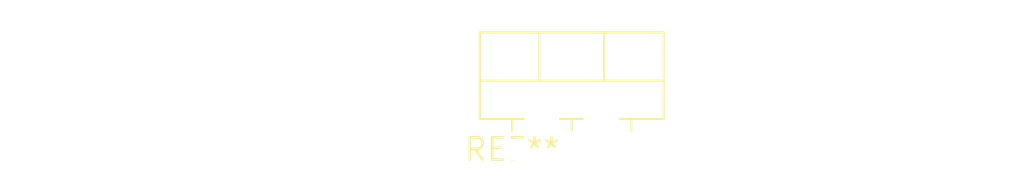
<source format=kicad_pcb>
(kicad_pcb (version 20240108) (generator pcbnew)
  (layers (0 "F.Cu" signal) (31 "B.Cu" signal) (34 "B.Paste" user) (35 "F.Paste" user) (36 "B.SilkS" user "B.Silkscreen") (37 "F.SilkS" user "F.Silkscreen") (38 "B.Mask" user) (39 "F.Mask" user) (44 "Edge.Cuts" user))
  (net 0 "")
  (footprint "TO-220F-5_P3.4x2.06mm_StaggerOdd_Lead1.86mm_Vertical" (layer "F.Cu") (at 0 0)
    (property "Reference" "REF**")
    (property "Value" "TO-220F-5_P3.4x2.06mm_StaggerOdd_Lead1.86mm_Vertical")
    (fp_line (start -1.85 -6.68) (end -1.85 -1.739) (layer "F.SilkS") (stroke (width 0.12)))
    (fp_line (start -1.85 -6.68) (end 8.65 -6.68) (layer "F.SilkS") (stroke (width 0.12)))
    (fp_line (start -1.85 -3.921) (end 8.65 -3.921) (layer "F.SilkS") (stroke (width 0.12)))
    (fp_line (start -1.85 -1.739) (end 0.669 -1.739) (layer "F.SilkS") (stroke (width 0.12)))
    (fp_line (start 0 -1.739) (end 0 -1.05) (layer "F.SilkS") (stroke (width 0.12)))
    (fp_line (start 1.55 -6.68) (end 1.55 -3.921) (layer "F.SilkS") (stroke (width 0.12)))
    (fp_line (start 2.732 -1.739) (end 4.069 -1.739) (layer "F.SilkS") (stroke (width 0.12)))
    (fp_line (start 3.4 -1.739) (end 3.4 -1.065) (layer "F.SilkS") (stroke (width 0.12)))
    (fp_line (start 5.25 -6.68) (end 5.25 -3.921) (layer "F.SilkS") (stroke (width 0.12)))
    (fp_line (start 6.132 -1.739) (end 8.65 -1.739) (layer "F.SilkS") (stroke (width 0.12)))
    (fp_line (start 6.8 -1.739) (end 6.8 -1.065) (layer "F.SilkS") (stroke (width 0.12)))
    (fp_line (start 8.65 -6.68) (end 8.65 -1.739) (layer "F.SilkS") (stroke (width 0.12)))
    (pad "1" thru_hole rect (at 0 0) (size 1.8 1.8) (drill 1.2) (layers *.Cu *.Mask) (remove_unused_layers))
    (pad "2" thru_hole oval (at 1.7 -2.06) (size 1.8 1.8) (drill 1.2) (layers *.Cu *.Mask) (remove_unused_layers))
    (pad "3" thru_hole oval (at 3.4 0) (size 1.8 1.8) (drill 1.2) (layers *.Cu *.Mask) (remove_unused_layers))
    (pad "4" thru_hole oval (at 5.1 -2.06) (size 1.8 1.8) (drill 1.2) (layers *.Cu *.Mask) (remove_unused_layers))
    (pad "5" thru_hole oval (at 6.8 0) (size 1.8 1.8) (drill 1.2) (layers *.Cu *.Mask) (remove_unused_layers))
  )
)
</source>
